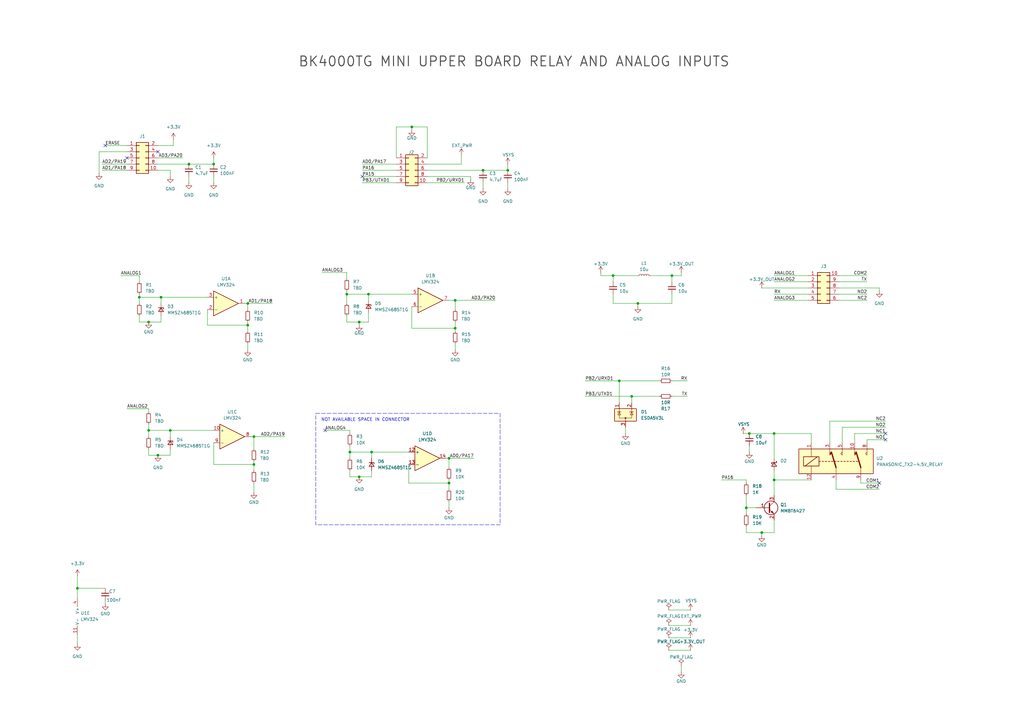
<source format=kicad_sch>
(kicad_sch (version 20250114) (generator "eeschema") (generator_version "9.0")
  (paper "A3")
  (title_block (date "2024-11-18") (rev "Rev 2"))
  (lib_symbols
    (symbol "Amplifier_Operational:LMV324" (pin_names (offset 0.127))
      (property "Reference" "U" (at 0 5.08 0))
      (property "Value" "LMV324" (at 0 -5.08 0))
      (symbol "LMV324_1_1"
        (polyline (pts (xy -5.08 5.08) (xy 5.08 0) (xy -5.08 -5.08) (xy -5.08 5.08)) (stroke (width 0.254)) (fill (type background)))
        (pin input line (at -7.62 2.54 0) (length 2.54) (name "+") (number "3"))
        (pin input line (at -7.62 -2.54 0) (length 2.54) (name "-") (number "2"))
        (pin output line (at 7.62 0 180) (length 2.54) (name "~") (number "1"))
      )
      (symbol "LMV324_2_1"
        (polyline (pts (xy -5.08 5.08) (xy 5.08 0) (xy -5.08 -5.08) (xy -5.08 5.08)) (stroke (width 0.254)) (fill (type background)))
        (pin input line (at -7.62 2.54 0) (length 2.54) (name "+") (number "5"))
        (pin input line (at -7.62 -2.54 0) (length 2.54) (name "-") (number "6"))
        (pin output line (at 7.62 0 180) (length 2.54) (name "~") (number "7"))
      )
      (symbol "LMV324_3_1"
        (polyline (pts (xy -5.08 5.08) (xy 5.08 0) (xy -5.08 -5.08) (xy -5.08 5.08)) (stroke (width 0.254)) (fill (type background)))
        (pin input line (at -7.62 2.54 0) (length 2.54) (name "+") (number "10"))
        (pin input line (at -7.62 -2.54 0) (length 2.54) (name "-") (number "9"))
        (pin output line (at 7.62 0 180) (length 2.54) (name "~") (number "8"))
      )
      (symbol "LMV324_4_1"
        (polyline (pts (xy -5.08 5.08) (xy 5.08 0) (xy -5.08 -5.08) (xy -5.08 5.08)) (stroke (width 0.254)) (fill (type background)))
        (pin input line (at -7.62 2.54 0) (length 2.54) (name "+") (number "12"))
        (pin input line (at -7.62 -2.54 0) (length 2.54) (name "-") (number "13"))
        (pin output line (at 7.62 0 180) (length 2.54) (name "~") (number "14"))
      )
      (symbol "LMV324_5_1"
        (pin power_in line (at -2.54 7.62 270) (length 3.81) (name "V+") (number "4"))
        (pin power_in line (at -2.54 -7.62 90) (length 3.81) (name "V-") (number "11"))
      )
    )
    (symbol "Connector_Generic:Conn_02x05_Counter_Clockwise" (pin_names (offset 1.016) (hide yes))
      (property "Reference" "J" (at 1.27 7.62 0))
      (property "Value" "Conn_02x05_Counter_Clockwise" (at 1.27 -7.62 0))
      (symbol "Conn_02x05_Counter_Clockwise_1_1"
        (rectangle (start -1.27 6.35) (end 3.81 -6.35) (stroke (width 0.254)) (fill (type background)))
        (rectangle (start -1.27 5.207) (end 0 4.953) (stroke (width 0.1524)))
        (rectangle (start -1.27 2.667) (end 0 2.413) (stroke (width 0.1524)))
        (rectangle (start -1.27 0.127) (end 0 -0.127) (stroke (width 0.1524)))
        (rectangle (start -1.27 -2.413) (end 0 -2.667) (stroke (width 0.1524)))
        (rectangle (start -1.27 -4.953) (end 0 -5.207) (stroke (width 0.1524)))
        (rectangle (start 3.81 5.207) (end 2.54 4.953) (stroke (width 0.1524)))
        (rectangle (start 3.81 2.667) (end 2.54 2.413) (stroke (width 0.1524)))
        (rectangle (start 3.81 0.127) (end 2.54 -0.127) (stroke (width 0.1524)))
        (rectangle (start 3.81 -2.413) (end 2.54 -2.667) (stroke (width 0.1524)))
        (rectangle (start 3.81 -4.953) (end 2.54 -5.207) (stroke (width 0.1524)))
        (pin passive line (at -5.08 5.08 0) (length 3.81) (name "Pin_1") (number "1"))
        (pin passive line (at -5.08 2.54 0) (length 3.81) (name "Pin_2") (number "2"))
        (pin passive line (at -5.08 0 0) (length 3.81) (name "Pin_3") (number "3"))
        (pin passive line (at -5.08 -2.54 0) (length 3.81) (name "Pin_4") (number "4"))
        (pin passive line (at -5.08 -5.08 0) (length 3.81) (name "Pin_5") (number "5"))
        (pin passive line (at 7.62 5.08 180) (length 3.81) (name "Pin_10") (number "10"))
        (pin passive line (at 7.62 2.54 180) (length 3.81) (name "Pin_9") (number "9"))
        (pin passive line (at 7.62 0 180) (length 3.81) (name "Pin_8") (number "8"))
        (pin passive line (at 7.62 -2.54 180) (length 3.81) (name "Pin_7") (number "7"))
        (pin passive line (at 7.62 -5.08 180) (length 3.81) (name "Pin_6") (number "6"))
      )
    )
    (symbol "Connector_Generic:Conn_02x05_Odd_Even" (pin_names (offset 1.016) (hide yes))
      (property "Reference" "J" (at 1.27 7.62 0))
      (property "Value" "Conn_02x05_Odd_Even" (at 1.27 -7.62 0))
      (symbol "Conn_02x05_Odd_Even_1_1"
        (rectangle (start -1.27 6.35) (end 3.81 -6.35) (stroke (width 0.254)) (fill (type background)))
        (rectangle (start -1.27 5.207) (end 0 4.953) (stroke (width 0.1524)))
        (rectangle (start -1.27 2.667) (end 0 2.413) (stroke (width 0.1524)))
        (rectangle (start -1.27 0.127) (end 0 -0.127) (stroke (width 0.1524)))
        (rectangle (start -1.27 -2.413) (end 0 -2.667) (stroke (width 0.1524)))
        (rectangle (start -1.27 -4.953) (end 0 -5.207) (stroke (width 0.1524)))
        (rectangle (start 3.81 5.207) (end 2.54 4.953) (stroke (width 0.1524)))
        (rectangle (start 3.81 2.667) (end 2.54 2.413) (stroke (width 0.1524)))
        (rectangle (start 3.81 0.127) (end 2.54 -0.127) (stroke (width 0.1524)))
        (rectangle (start 3.81 -2.413) (end 2.54 -2.667) (stroke (width 0.1524)))
        (rectangle (start 3.81 -4.953) (end 2.54 -5.207) (stroke (width 0.1524)))
        (pin passive line (at -5.08 5.08 0) (length 3.81) (name "Pin_1") (number "1"))
        (pin passive line (at -5.08 2.54 0) (length 3.81) (name "Pin_3") (number "3"))
        (pin passive line (at -5.08 0 0) (length 3.81) (name "Pin_5") (number "5"))
        (pin passive line (at -5.08 -2.54 0) (length 3.81) (name "Pin_7") (number "7"))
        (pin passive line (at -5.08 -5.08 0) (length 3.81) (name "Pin_9") (number "9"))
        (pin passive line (at 7.62 5.08 180) (length 3.81) (name "Pin_2") (number "2"))
        (pin passive line (at 7.62 2.54 180) (length 3.81) (name "Pin_4") (number "4"))
        (pin passive line (at 7.62 0 180) (length 3.81) (name "Pin_6") (number "6"))
        (pin passive line (at 7.62 -2.54 180) (length 3.81) (name "Pin_8") (number "8"))
        (pin passive line (at 7.62 -5.08 180) (length 3.81) (name "Pin_10") (number "10"))
      )
    )
    (symbol "Device:C_Small" (pin_numbers (hide yes)) (pin_names (offset 0.254) (hide yes))
      (property "Reference" "C" (at 0.254 1.778 0))
      (property "Value" "C_Small" (at 0.254 -2.032 0))
      (symbol "C_Small_0_1"
        (polyline (pts (xy -1.524 0.508) (xy 1.524 0.508)) (stroke (width 0.3048)))
        (polyline (pts (xy -1.524 -0.508) (xy 1.524 -0.508)) (stroke (width 0.3302)))
      )
      (symbol "C_Small_1_1"
        (pin passive line (at 0 2.54 270) (length 2.032) (name "~") (number "1"))
        (pin passive line (at 0 -2.54 90) (length 2.032) (name "~") (number "2"))
      )
    )
    (symbol "Device:D_Schottky_Small" (pin_numbers (hide yes)) (pin_names (offset 0.254) (hide yes))
      (property "Reference" "D2" (at -1.5241 2.54 90))
      (symbol "D_Schottky_Small_0_1"
        (polyline (pts (xy -1.27 0.762) (xy -1.27 1.016) (xy -0.762 1.016) (xy -0.762 -1.016) (xy -0.254 -1.016) (xy -0.254 -0.762)) (stroke (width 0.254)))
        (polyline (pts (xy -0.762 0) (xy 0.762 0)))
        (polyline (pts (xy 0.762 -1.016) (xy -0.762 0) (xy 0.762 1.016) (xy 0.762 -1.016)) (stroke (width 0.254)))
      )
      (symbol "D_Schottky_Small_1_1"
        (pin passive line (at -2.54 0 0) (length 1.778) (name "K") (number "3"))
        (pin passive line (at 2.54 0 180) (length 1.778) (name "A") (number "1"))
      )
    )
    (symbol "Device:D_Zener_Small" (pin_numbers (hide yes)) (pin_names (offset 0.254) (hide yes))
      (property "Reference" "D" (at 0 2.286 0))
      (property "Value" "D_Zener_Small" (at 0 -2.286 0))
      (symbol "D_Zener_Small_0_1"
        (polyline (pts (xy -0.254 1.016) (xy -0.762 1.016) (xy -0.762 -1.016)) (stroke (width 0.254)))
        (polyline (pts (xy 0.762 1.016) (xy -0.762 0) (xy 0.762 -1.016) (xy 0.762 1.016)) (stroke (width 0.254)))
        (polyline (pts (xy 0.762 0) (xy -0.762 0)))
      )
      (symbol "D_Zener_Small_1_1"
        (pin passive line (at -2.54 0 0) (length 1.778) (name "K") (number "1"))
        (pin passive line (at 2.54 0 180) (length 1.778) (name "A") (number "2"))
      )
    )
    (symbol "Device:L_Small" (pin_numbers (hide yes)) (pin_names (offset 0.254) (hide yes))
      (property "Reference" "L" (at 0.762 1.016 0))
      (property "Value" "L_Small" (at 0.762 -1.016 0))
      (symbol "L_Small_0_1"
        (arc (start 0 2.032) (mid 0.5058 1.524) (end 0 1.016))
        (arc (start 0 1.016) (mid 0.5058 0.508) (end 0 0))
        (arc (start 0 0) (mid 0.5058 -0.508) (end 0 -1.016))
        (arc (start 0 -1.016) (mid 0.5058 -1.524) (end 0 -2.032))
      )
      (symbol "L_Small_1_1"
        (pin passive line (at 0 2.54 270) (length 0.508) (name "~") (number "1"))
        (pin passive line (at 0 -2.54 90) (length 0.508) (name "~") (number "2"))
      )
    )
    (symbol "Device:R_Small" (pin_numbers (hide yes)) (pin_names (offset 0.254) (hide yes))
      (property "Reference" "R" (at 0.762 0.508 0))
      (property "Value" "R_Small" (at 0.762 -1.016 0))
      (symbol "R_Small_0_1"
        (rectangle (start -0.762 1.778) (end 0.762 -1.778) (stroke (width 0.2032)))
      )
      (symbol "R_Small_1_1"
        (pin passive line (at 0 2.54 270) (length 0.762) (name "~") (number "1"))
        (pin passive line (at 0 -2.54 90) (length 0.762) (name "~") (number "2"))
      )
    )
    (symbol "My Libraries:PANASONIC_TX2-4.5V_RELAY"
      (property "Reference" "U" (at 0 -15.24 0))
      (property "Value" "PANASONIC_TX2-4.5V_RELAY" (at 0 -17.78 0))
      (symbol "PANASONIC_TX2-4.5V_RELAY_0_1"
        (rectangle (start -15.24 5.08) (end 15.24 -5.08) (stroke (width 0.254)) (fill (type background)))
        (rectangle (start -13.335 1.905) (end -6.985 -1.905) (stroke (width 0.254)))
        (polyline (pts (xy -12.7 -1.905) (xy -7.62 1.905)) (stroke (width 0.254)))
        (polyline (pts (xy -10.16 5.08) (xy -10.16 1.905)))
        (polyline (pts (xy -10.16 -5.08) (xy -10.16 -1.905)))
        (polyline (pts (xy -6.985 0) (xy -6.35 0)) (stroke (width 0.254)))
        (polyline (pts (xy -5.715 0) (xy -5.08 0)) (stroke (width 0.254)))
        (polyline (pts (xy -4.445 0) (xy -3.81 0)) (stroke (width 0.254)))
        (polyline (pts (xy -3.175 0) (xy -2.54 0)) (stroke (width 0.254)))
        (polyline (pts (xy -2.54 5.08) (xy -2.54 2.54) (xy -1.905 3.175) (xy -2.54 3.81)) (fill (type outline)))
        (polyline (pts (xy -1.905 0) (xy -1.27 0)) (stroke (width 0.254)))
        (polyline (pts (xy -0.635 0) (xy 0 0)) (stroke (width 0.254)))
        (polyline (pts (xy 0 -2.54) (xy -1.905 3.81)) (stroke (width 0.508)))
        (polyline (pts (xy 0 -2.54) (xy 0 -5.08)))
        (polyline (pts (xy 0.635 0) (xy 1.27 0)) (stroke (width 0.254)))
        (polyline (pts (xy 1.905 0) (xy 2.54 0)) (stroke (width 0.254)))
        (polyline (pts (xy 2.54 5.08) (xy 2.54 2.54) (xy 1.905 3.175) (xy 2.54 3.81)))
        (polyline (pts (xy 3.175 0) (xy 3.81 0)) (stroke (width 0.254)))
        (polyline (pts (xy 4.445 0) (xy 5.08 0)) (stroke (width 0.254)))
        (polyline (pts (xy 5.715 0) (xy 6.35 0)) (stroke (width 0.254)))
        (polyline (pts (xy 6.985 0) (xy 7.62 0)) (stroke (width 0.254)))
        (polyline (pts (xy 7.62 5.08) (xy 7.62 2.54) (xy 8.255 3.175) (xy 7.62 3.81)) (fill (type outline)))
        (polyline (pts (xy 8.255 0) (xy 8.89 0)) (stroke (width 0.254)))
        (polyline (pts (xy 10.16 -2.54) (xy 8.255 3.81)) (stroke (width 0.508)))
        (polyline (pts (xy 10.16 -2.54) (xy 10.16 -5.08)))
        (polyline (pts (xy 12.7 5.08) (xy 12.7 2.54) (xy 12.065 3.175) (xy 12.7 3.81)))
      )
      (symbol "PANASONIC_TX2-4.5V_RELAY_1_1"
        (pin passive line (at -10.16 7.62 270) (length 2.54) (name "~") (number "1"))
        (pin passive line (at -10.16 -7.62 90) (length 2.54) (name "~") (number "12"))
        (pin passive line (at -2.54 7.62 270) (length 2.54) (name "~") (number "3"))
        (pin passive line (at 0 -7.62 90) (length 2.54) (name "~") (number "4"))
        (pin passive line (at 2.54 7.62 270) (length 2.54) (name "~") (number "5"))
        (pin passive line (at 7.62 7.62 270) (length 2.54) (name "~") (number "10"))
        (pin passive line (at 10.16 -7.62 90) (length 2.54) (name "~") (number "9"))
        (pin passive line (at 12.7 7.62 270) (length 2.54) (name "~") (number "8"))
      )
    )
    (symbol "Power_Protection:ESDA5V3L" (pin_names (hide yes))
      (property "Reference" "D" (at 5.715 2.54 0))
      (property "Value" "ESDA5V3L" (at 5.715 0.635 0))
      (symbol "ESDA5V3L_0_0"
        (pin passive line (at 0 -5.08 90) (length 2.54) (name "A") (number "3"))
      )
      (symbol "ESDA5V3L_0_1"
        (rectangle (start -4.445 2.54) (end 4.445 -2.54) (stroke (width 0.254)) (fill (type background)))
        (polyline (pts (xy -3.302 1.016) (xy -3.302 1.27) (xy -1.905 1.27) (xy -1.778 1.27)))
        (polyline (pts (xy -2.54 2.54) (xy -2.54 1.27)))
        (polyline (pts (xy -2.54 1.27) (xy -2.54 -1.27) (xy 2.54 -1.27) (xy 2.54 1.27)))
        (polyline (pts (xy -2.54 1.27) (xy -1.905 0) (xy -3.175 0) (xy -2.54 1.27)))
        (polyline (pts (xy 0 -1.27) (xy 0 -2.54)))
        (circle (center 0 -1.27) (radius 0.254) (fill (type outline)))
        (polyline (pts (xy 1.778 1.016) (xy 1.778 1.27) (xy 3.175 1.27) (xy 3.302 1.27)))
        (polyline (pts (xy 2.54 2.54) (xy 2.54 1.27)))
        (polyline (pts (xy 2.54 1.27) (xy 1.905 0) (xy 3.175 0) (xy 2.54 1.27)))
      )
      (symbol "ESDA5V3L_1_1"
        (pin passive line (at -2.54 5.08 270) (length 2.54) (name "K") (number "1"))
        (pin passive line (at 2.54 5.08 270) (length 2.54) (name "K") (number "2"))
      )
    )
    (symbol "Transistor_BJT:MMBT2222A" (pin_names (offset 0) (hide yes))
      (property "Reference" "Q" (at 5.08 1.905 0))
      (property "Value" "MMBT2222A" (at 5.08 0 0))
      (symbol "MMBT2222A_0_1"
        (polyline (pts (xy 0.635 1.905) (xy 0.635 -1.905) (xy 0.635 -1.905)) (stroke (width 0.508)))
        (polyline (pts (xy 0.635 0.635) (xy 2.54 2.54)))
        (polyline (pts (xy 0.635 -0.635) (xy 2.54 -2.54) (xy 2.54 -2.54)))
        (circle (center 1.27 0) (radius 2.8194) (stroke (width 0.254)))
        (polyline (pts (xy 1.27 -1.778) (xy 1.778 -1.27) (xy 2.286 -2.286) (xy 1.27 -1.778) (xy 1.27 -1.778)) (fill (type outline)))
      )
      (symbol "MMBT2222A_1_1"
        (pin input line (at -5.08 0 0) (length 5.715) (name "B") (number "1"))
        (pin passive line (at 2.54 5.08 270) (length 2.54) (name "C") (number "3"))
        (pin passive line (at 2.54 -5.08 90) (length 2.54) (name "E") (number "2"))
      )
    )
    (symbol "power:+3.3V" (power) (pin_numbers (hide yes)) (pin_names (offset 0) (hide yes))
      (property "Value" "+3.3V" (at 0 3.556 0))
      (symbol "+3.3V_0_1"
        (polyline (pts (xy -0.762 1.27) (xy 0 2.54)))
        (polyline (pts (xy 0 2.54) (xy 0.762 1.27)))
        (polyline (pts (xy 0 0) (xy 0 2.54)))
      )
      (symbol "+3.3V_1_1"
        (pin power_in line (at 0 0 90) (length 0) (name "~") (number "1"))
      )
    )
    (symbol "power:GND" (power) (pin_numbers (hide yes)) (pin_names (offset 0) (hide yes))
      (property "Value" "GND" (at 0 -3.81 0))
      (symbol "GND_0_1"
        (polyline (pts (xy 0 0) (xy 0 -1.27) (xy 1.27 -1.27) (xy 0 -2.54) (xy -1.27 -1.27) (xy 0 -1.27)))
      )
      (symbol "GND_1_1"
        (pin power_in line (at 0 0 270) (length 0) (name "~") (number "1"))
      )
    )
    (symbol "power:PWR_FLAG" (power) (pin_numbers (hide yes)) (pin_names (offset 0) (hide yes))
      (property "Value" "PWR_FLAG" (at 0 3.81 0))
      (symbol "PWR_FLAG_0_0"
        (pin power_out line (at 0 0 90) (length 0) (name "~") (number "1"))
      )
      (symbol "PWR_FLAG_0_1"
        (polyline (pts (xy 0 0) (xy 0 1.27) (xy -1.016 1.905) (xy 0 2.54) (xy 1.016 1.905) (xy 0 1.27)))
      )
    )
  )
  (rectangle (start 129.54 169.545) (end 205.105 215.265) (stroke (width 0) (type dash)))
  (text "NOT AVAILABLE SPACE IN CONNECTOR" (at 149.86 172.212 0) (effects (font (size 1.27 1.27))))
  (text "BK4000TG MINI UPPER BOARD RELAY AND ANALOG INPUTS" (at 210.82 25.4 0) (effects (font (size 4 4) (thickness 0.4) (bold yes))))
  (junction (at 151.13 120.65))
  (junction (at 186.69 134.62))
  (junction (at 60.96 176.53))
  (junction (at 312.42 218.44))
  (junction (at 208.28 69.85))
  (junction (at 152.4 185.42))
  (junction (at 60.96 132.08))
  (junction (at 31.75 241.3))
  (junction (at 77.47 67.31))
  (junction (at 251.46 113.03))
  (junction (at 104.14 190.5))
  (junction (at 147.32 132.08))
  (junction (at 198.12 69.85))
  (junction (at 69.85 176.53))
  (junction (at 307.34 177.8))
  (junction (at 254 156.21))
  (junction (at 142.24 120.65))
  (junction (at 147.32 195.58))
  (junction (at 186.69 123.19))
  (junction (at 184.15 187.96))
  (junction (at 168.91 52.07))
  (junction (at 184.15 198.12))
  (junction (at 101.6 124.46))
  (junction (at 259.08 162.56))
  (junction (at 57.15 121.92))
  (junction (at 87.63 67.31))
  (junction (at 66.04 121.92))
  (junction (at 317.5 196.85))
  (junction (at 64.77 186.69))
  (junction (at 101.6 133.35))
  (junction (at 104.14 179.07))
  (junction (at 261.62 124.46))
  (junction (at 306.07 208.28))
  (junction (at 143.51 185.42))
  (junction (at 317.5 177.8))
  (junction (at 275.59 113.03))
  (no_connect (at 363.22 180.34))
  (no_connect (at 148.59 72.39))
  (no_connect (at 52.07 64.77))
  (no_connect (at 43.18 59.69))
  (no_connect (at 64.77 62.23))
  (no_connect (at 363.22 177.8))
  (no_connect (at 133.35 176.53))
  (no_connect (at 360.68 198.12))
  (wire (pts (xy 57.15 129.54) (xy 57.15 132.08)))
  (wire (pts (xy 279.4 111.76) (xy 279.4 113.03)))
  (wire (pts (xy 251.46 115.57) (xy 251.46 113.03)))
  (wire (pts (xy 306.07 196.85) (xy 306.07 198.12)))
  (wire (pts (xy 31.75 241.3) (xy 43.18 241.3)))
  (wire (pts (xy 175.26 69.85) (xy 198.12 69.85)))
  (wire (pts (xy 143.51 185.42) (xy 152.4 185.42)))
  (wire (pts (xy 184.15 198.12) (xy 184.15 200.66)))
  (wire (pts (xy 279.4 113.03) (xy 275.59 113.03)))
  (wire (pts (xy 246.38 113.03) (xy 251.46 113.03)))
  (wire (pts (xy 186.69 132.08) (xy 186.69 134.62)))
  (wire (pts (xy 104.14 190.5) (xy 104.14 193.04)))
  (wire (pts (xy 142.24 132.08) (xy 147.32 132.08)))
  (wire (pts (xy 363.22 177.8) (xy 350.52 177.8)))
  (wire (pts (xy 64.77 64.77) (xy 74.93 64.77)))
  (wire (pts (xy 275.59 120.65) (xy 275.59 124.46)))
  (wire (pts (xy 259.08 162.56) (xy 270.51 162.56)))
  (wire (pts (xy 148.59 72.39) (xy 162.56 72.39)))
  (wire (pts (xy 69.85 184.15) (xy 69.85 186.69)))
  (wire (pts (xy 186.69 123.19) (xy 184.15 123.19)))
  (wire (pts (xy 363.22 175.26) (xy 345.44 175.26)))
  (wire (pts (xy 60.96 167.64) (xy 60.96 168.91)))
  (wire (pts (xy 317.5 113.03) (xy 331.47 113.03)))
  (wire (pts (xy 307.34 182.88) (xy 307.34 185.42)))
  (wire (pts (xy 261.62 124.46) (xy 251.46 124.46)))
  (wire (pts (xy 41.91 69.85) (xy 52.07 69.85)))
  (wire (pts (xy 307.34 177.8) (xy 317.5 177.8)))
  (wire (pts (xy 87.63 72.39) (xy 87.63 74.93)))
  (wire (pts (xy 274.32 266.7) (xy 283.21 266.7)))
  (wire (pts (xy 240.03 162.56) (xy 259.08 162.56)))
  (wire (pts (xy 142.24 120.65) (xy 151.13 120.65)))
  (wire (pts (xy 240.03 156.21) (xy 254 156.21)))
  (wire (pts (xy 31.75 236.22) (xy 31.75 241.3)))
  (wire (pts (xy 261.62 124.46) (xy 275.59 124.46)))
  (wire (pts (xy 342.9 196.85) (xy 342.9 200.66)))
  (wire (pts (xy 275.59 162.56) (xy 281.94 162.56)))
  (wire (pts (xy 116.84 179.07) (xy 104.14 179.07)))
  (wire (pts (xy 193.04 72.39) (xy 193.04 73.66)))
  (wire (pts (xy 104.14 198.12) (xy 104.14 201.93)))
  (wire (pts (xy 60.96 186.69) (xy 64.77 186.69)))
  (wire (pts (xy 208.28 67.31) (xy 208.28 69.85)))
  (wire (pts (xy 306.07 208.28) (xy 309.88 208.28)))
  (wire (pts (xy 266.7 113.03) (xy 275.59 113.03)))
  (wire (pts (xy 60.96 176.53) (xy 69.85 176.53)))
  (wire (pts (xy 317.5 196.85) (xy 317.5 203.2)))
  (wire (pts (xy 143.51 182.88) (xy 143.51 185.42)))
  (wire (pts (xy 66.04 132.08) (xy 60.96 132.08)))
  (wire (pts (xy 175.26 67.31) (xy 189.23 67.31)))
  (wire (pts (xy 52.07 167.64) (xy 60.96 167.64)))
  (wire (pts (xy 66.04 121.92) (xy 66.04 124.46)))
  (wire (pts (xy 256.54 175.26) (xy 256.54 177.8)))
  (wire (pts (xy 317.5 196.85) (xy 332.74 196.85)))
  (wire (pts (xy 317.5 120.65) (xy 331.47 120.65)))
  (wire (pts (xy 306.07 215.9) (xy 306.07 218.44)))
  (wire (pts (xy 189.23 67.31) (xy 189.23 63.5)))
  (wire (pts (xy 57.15 121.92) (xy 57.15 124.46)))
  (wire (pts (xy 344.17 115.57) (xy 355.6 115.57)))
  (wire (pts (xy 254 156.21) (xy 254 165.1)))
  (wire (pts (xy 340.36 172.72) (xy 340.36 181.61)))
  (wire (pts (xy 142.24 129.54) (xy 142.24 132.08)))
  (wire (pts (xy 317.5 177.8) (xy 317.5 187.96)))
  (wire (pts (xy 317.5 218.44) (xy 317.5 213.36)))
  (wire (pts (xy 100.33 124.46) (xy 101.6 124.46)))
  (wire (pts (xy 317.5 177.8) (xy 332.74 177.8)))
  (wire (pts (xy 40.64 62.23) (xy 40.64 71.12)))
  (wire (pts (xy 85.09 127) (xy 85.09 133.35)))
  (wire (pts (xy 194.31 187.96) (xy 184.15 187.96)))
  (wire (pts (xy 142.24 119.38) (xy 142.24 120.65)))
  (wire (pts (xy 167.64 198.12) (xy 184.15 198.12)))
  (wire (pts (xy 151.13 132.08) (xy 147.32 132.08)))
  (wire (pts (xy 275.59 156.21) (xy 281.94 156.21)))
  (wire (pts (xy 251.46 120.65) (xy 251.46 124.46)))
  (wire (pts (xy 104.14 189.23) (xy 104.14 190.5)))
  (wire (pts (xy 143.51 195.58) (xy 147.32 195.58)))
  (wire (pts (xy 175.26 52.07) (xy 175.26 64.77)))
  (wire (pts (xy 64.77 67.31) (xy 77.47 67.31)))
  (wire (pts (xy 295.91 196.85) (xy 306.07 196.85)))
  (wire (pts (xy 353.06 196.85) (xy 353.06 198.12)))
  (wire (pts (xy 69.85 186.69) (xy 64.77 186.69)))
  (wire (pts (xy 208.28 74.93) (xy 208.28 77.47)))
  (wire (pts (xy 147.32 132.08) (xy 147.32 133.35)))
  (wire (pts (xy 198.12 74.93) (xy 198.12 77.47)))
  (wire (pts (xy 162.56 52.07) (xy 168.91 52.07)))
  (wire (pts (xy 340.36 172.72) (xy 363.22 172.72)))
  (wire (pts (xy 306.07 203.2) (xy 306.07 208.28)))
  (wire (pts (xy 64.77 69.85) (xy 69.85 69.85)))
  (wire (pts (xy 304.8 177.8) (xy 307.34 177.8)))
  (wire (pts (xy 317.5 115.57) (xy 331.47 115.57)))
  (wire (pts (xy 306.07 218.44) (xy 312.42 218.44)))
  (wire (pts (xy 142.24 120.65) (xy 142.24 124.46)))
  (wire (pts (xy 101.6 140.97) (xy 101.6 143.51)))
  (wire (pts (xy 85.09 121.92) (xy 66.04 121.92)))
  (wire (pts (xy 162.56 64.77) (xy 162.56 52.07)))
  (wire (pts (xy 184.15 196.85) (xy 184.15 198.12)))
  (wire (pts (xy 332.74 181.61) (xy 332.74 177.8)))
  (wire (pts (xy 71.12 59.69) (xy 71.12 57.15)))
  (wire (pts (xy 259.08 162.56) (xy 259.08 165.1)))
  (wire (pts (xy 60.96 184.15) (xy 60.96 186.69)))
  (wire (pts (xy 312.42 118.11) (xy 331.47 118.11)))
  (wire (pts (xy 184.15 187.96) (xy 184.15 191.77)))
  (wire (pts (xy 57.15 115.57) (xy 57.15 113.03)))
  (wire (pts (xy 312.42 218.44) (xy 317.5 218.44)))
  (wire (pts (xy 43.18 246.38) (xy 43.18 247.65)))
  (wire (pts (xy 31.75 241.3) (xy 31.75 245.11)))
  (wire (pts (xy 175.26 72.39) (xy 193.04 72.39)))
  (wire (pts (xy 345.44 175.26) (xy 345.44 181.61)))
  (wire (pts (xy 31.75 260.35) (xy 31.75 264.16)))
  (wire (pts (xy 143.51 193.04) (xy 143.51 195.58)))
  (wire (pts (xy 69.85 69.85) (xy 69.85 72.39)))
  (wire (pts (xy 148.59 69.85) (xy 162.56 69.85)))
  (wire (pts (xy 104.14 179.07) (xy 102.87 179.07)))
  (wire (pts (xy 87.63 181.61) (xy 87.63 190.5)))
  (wire (pts (xy 186.69 123.19) (xy 186.69 127)))
  (wire (pts (xy 52.07 62.23) (xy 40.64 62.23)))
  (wire (pts (xy 279.4 273.05) (xy 279.4 275.59)))
  (wire (pts (xy 261.62 124.46) (xy 261.62 125.73)))
  (wire (pts (xy 344.17 120.65) (xy 355.6 120.65)))
  (wire (pts (xy 132.08 111.76) (xy 142.24 111.76)))
  (wire (pts (xy 175.26 74.93) (xy 190.5 74.93)))
  (wire (pts (xy 87.63 190.5) (xy 104.14 190.5)))
  (wire (pts (xy 306.07 208.28) (xy 306.07 210.82)))
  (wire (pts (xy 66.04 129.54) (xy 66.04 132.08)))
  (wire (pts (xy 344.17 118.11) (xy 360.68 118.11)))
  (wire (pts (xy 167.64 190.5) (xy 167.64 198.12)))
  (wire (pts (xy 60.96 176.53) (xy 60.96 179.07)))
  (wire (pts (xy 152.4 185.42) (xy 152.4 187.96)))
  (wire (pts (xy 57.15 132.08) (xy 60.96 132.08)))
  (wire (pts (xy 274.32 250.19) (xy 283.21 250.19)))
  (wire (pts (xy 168.91 52.07) (xy 168.91 53.34)))
  (wire (pts (xy 77.47 67.31) (xy 87.63 67.31)))
  (wire (pts (xy 57.15 121.92) (xy 66.04 121.92)))
  (wire (pts (xy 57.15 120.65) (xy 57.15 121.92)))
  (wire (pts (xy 64.77 59.69) (xy 71.12 59.69)))
  (wire (pts (xy 168.91 134.62) (xy 186.69 134.62)))
  (wire (pts (xy 184.15 205.74) (xy 184.15 208.28)))
  (wire (pts (xy 151.13 128.27) (xy 151.13 132.08)))
  (wire (pts (xy 101.6 132.08) (xy 101.6 133.35)))
  (wire (pts (xy 360.68 118.11) (xy 360.68 119.38)))
  (wire (pts (xy 151.13 120.65) (xy 151.13 123.19)))
  (wire (pts (xy 152.4 185.42) (xy 167.64 185.42)))
  (wire (pts (xy 198.12 69.85) (xy 208.28 69.85)))
  (wire (pts (xy 151.13 120.65) (xy 168.91 120.65)))
  (wire (pts (xy 168.91 125.73) (xy 168.91 134.62)))
  (wire (pts (xy 49.53 113.03) (xy 57.15 113.03)))
  (wire (pts (xy 186.69 140.97) (xy 186.69 143.51)))
  (wire (pts (xy 87.63 64.77) (xy 87.63 67.31)))
  (wire (pts (xy 317.5 193.04) (xy 317.5 196.85)))
  (wire (pts (xy 69.85 176.53) (xy 69.85 179.07)))
  (wire (pts (xy 143.51 185.42) (xy 143.51 187.96)))
  (wire (pts (xy 148.59 67.31) (xy 162.56 67.31)))
  (wire (pts (xy 203.2 123.19) (xy 186.69 123.19)))
  (wire (pts (xy 363.22 180.34) (xy 355.6 180.34)))
  (wire (pts (xy 152.4 193.04) (xy 152.4 195.58)))
  (wire (pts (xy 355.6 180.34) (xy 355.6 181.61)))
  (wire (pts (xy 274.32 256.54) (xy 283.21 256.54)))
  (wire (pts (xy 148.59 74.93) (xy 162.56 74.93)))
  (wire (pts (xy 168.91 52.07) (xy 175.26 52.07)))
  (wire (pts (xy 41.91 67.31) (xy 52.07 67.31)))
  (wire (pts (xy 85.09 133.35) (xy 101.6 133.35)))
  (wire (pts (xy 350.52 177.8) (xy 350.52 181.61)))
  (wire (pts (xy 344.17 123.19) (xy 355.6 123.19)))
  (wire (pts (xy 251.46 113.03) (xy 261.62 113.03)))
  (wire (pts (xy 317.5 123.19) (xy 331.47 123.19)))
  (wire (pts (xy 274.32 261.62) (xy 283.21 261.62)))
  (wire (pts (xy 60.96 173.99) (xy 60.96 176.53)))
  (wire (pts (xy 246.38 111.76) (xy 246.38 113.03)))
  (wire (pts (xy 312.42 218.44) (xy 312.42 219.71)))
  (wire (pts (xy 275.59 113.03) (xy 275.59 115.57)))
  (wire (pts (xy 101.6 133.35) (xy 101.6 135.89)))
  (wire (pts (xy 69.85 176.53) (xy 87.63 176.53)))
  (wire (pts (xy 270.51 156.21) (xy 254 156.21)))
  (wire (pts (xy 101.6 124.46) (xy 101.6 127)))
  (wire (pts (xy 104.14 179.07) (xy 104.14 184.15)))
  (wire (pts (xy 143.51 176.53) (xy 143.51 177.8)))
  (wire (pts (xy 353.06 198.12) (xy 360.68 198.12)))
  (wire (pts (xy 77.47 72.39) (xy 77.47 74.93)))
  (wire (pts (xy 133.35 176.53) (xy 143.51 176.53)))
  (wire (pts (xy 43.18 59.69) (xy 52.07 59.69)))
  (wire (pts (xy 182.88 187.96) (xy 184.15 187.96)))
  (wire (pts (xy 142.24 114.3) (xy 142.24 111.76)))
  (wire (pts (xy 344.17 113.03) (xy 355.6 113.03)))
  (wire (pts (xy 342.9 200.66) (xy 360.68 200.66)))
  (wire (pts (xy 152.4 195.58) (xy 147.32 195.58)))
  (wire (pts (xy 186.69 134.62) (xy 186.69 135.89)))
  (wire (pts (xy 101.6 124.46) (xy 111.76 124.46)))
  (label "AD1{slash}PA18" (at 111.76 124.46 180))
  (label "ANALOG3" (at 317.5 123.19 0))
  (label "ANALOG4" (at 133.35 176.53 0))
  (label "COM2" (at 355.6 113.03 180))
  (label "RX" (at 317.5 120.65 0))
  (label "TX" (at 281.94 162.56 180))
  (label "PA15" (at 148.59 72.39 0))
  (label "NO2" (at 355.6 120.65 180))
  (label "NC2" (at 355.6 123.19 180))
  (label "PA16" (at 295.91 196.85 0))
  (label "NC1" (at 363.22 177.8 180))
  (label "RX" (at 281.94 156.21 180))
  (label "ANALOG3" (at 132.08 111.76 0))
  (label "NO2" (at 363.22 175.26 180))
  (label "TX" (at 355.6 115.57 180))
  (label "PB3{slash}UTXD1" (at 240.03 162.56 0))
  (label "ANALOG1" (at 49.53 113.03 0))
  (label "PB2{slash}URXD1" (at 190.5 74.93 180))
  (label "PB2{slash}URXD1" (at 240.03 156.21 0))
  (label "NC2" (at 363.22 172.72 180))
  (label "AD1{slash}PA18" (at 41.91 69.85 0))
  (label "COM1" (at 360.68 198.12 180))
  (label "AD3{slash}PA20" (at 203.2 123.19 180))
  (label "ANALOG2" (at 52.07 167.64 0))
  (label "PA16" (at 148.59 69.85 0))
  (label "AD2{slash}PA19" (at 116.84 179.07 180))
  (label "AD0{slash}PA17" (at 148.59 67.31 0))
  (label "PB3{slash}UTXD1" (at 148.59 74.93 0))
  (label "AD3{slash}PA20" (at 74.93 64.77 180))
  (label "COM2" (at 360.68 200.66 180))
  (label "AD0{slash}PA17" (at 194.31 187.96 180))
  (label "NO1" (at 363.22 180.34 180))
  (label "ANALOG1" (at 317.5 113.03 0))
  (label "ANALOG2" (at 317.5 115.57 0))
  (label "AD2{slash}PA19" (at 41.91 67.31 0))
  (label "ERASE" (at 43.18 59.69 0))
  (symbol (lib_id "Device:D_Zener_Small") (at 151.13 125.73 270) (unit 1)
    (property "Reference" "D5" (at 153.67 124.4599 90) (effects (justify left)))
    (property "Value" "MMSZ4685T1G" (at 153.67 126.9999 90) (effects (justify left)))
    (property "Footprint" "Diode_SMD:D_SOD-123" (effects (hide yes)))
    (property "Description" "Zener diode, small symbol" (effects (hide yes)))
  )
  (symbol (lib_id "power:GND") (at 184.15 208.28 0) (unit 1)
    (property "Reference" "#PWR035" (effects (hide yes)))
    (property "Value" "GND" (at 184.15 212.344 0))
    (property "Description" "Power symbol creates a global label with name \"GND\" , ground" (effects (hide yes)))
  )
  (symbol (lib_id "Device:D_Zener_Small") (at 66.04 127 270) (unit 1)
    (property "Reference" "D3" (at 68.58 125.7299 90) (effects (justify left)))
    (property "Value" "MMSZ4685T1G" (at 68.58 128.2699 90) (effects (justify left)))
    (property "Footprint" "Diode_SMD:D_SOD-123" (effects (hide yes)))
    (property "Description" "Zener diode, small symbol" (effects (hide yes)))
  )
  (symbol (lib_id "power:GND") (at 31.75 264.16 0) (unit 1)
    (property "Reference" "#PWR017" (effects (hide yes)))
    (property "Value" "GND" (at 31.75 269.24 0))
    (property "Description" "Power symbol creates a global label with name \"GND\" , ground" (effects (hide yes)))
  )
  (symbol (lib_id "power:GND") (at 312.42 219.71 0) (unit 1)
    (property "Reference" "#PWR031" (effects (hide yes)))
    (property "Value" "GND" (at 312.42 223.52 0))
    (property "Description" "Power symbol creates a global label with name \"GND\" , ground" (effects (hide yes)))
  )
  (symbol (lib_id "Device:R_Small") (at 101.6 138.43 0) (unit 1)
    (property "Reference" "R11" (at 104.14 137.1599 0) (effects (justify left)))
    (property "Value" "TBD" (at 104.14 139.6999 0) (effects (justify left)))
    (property "Footprint" "Resistor_SMD:R_0603_1608Metric" (effects (hide yes)))
    (property "Description" "Resistor, small symbol" (effects (hide yes)))
  )
  (symbol (lib_id "Device:D_Schottky_Small") (at 317.5 190.5 270) (unit 1)
    (property "Reference" "D2" (at 320.04 188.9759 90) (effects (justify left)))
    (property "Value" "D_Schottky_Small" (effects (hide yes)))
    (property "Footprint" "Package_TO_SOT_SMD:SOT-23-3" (effects (hide yes)))
    (property "Description" "Schottky diode, small symbol" (effects (hide yes)))
  )
  (symbol (lib_id "power:GND") (at 279.4 275.59 0) (unit 1)
    (property "Reference" "#PWR027" (effects (hide yes)))
    (property "Value" "GND" (at 279.4 279.4 0))
    (property "Description" "Power symbol creates a global label with name \"GND\" , ground" (effects (hide yes)))
  )
  (symbol (lib_id "power:+3.3V") (at 283.21 256.54 0) (unit 1)
    (property "Reference" "#PWR029" (effects (hide yes)))
    (property "Value" "EXT_PWR" (at 283.464 252.73 0))
    (property "Description" "Power symbol creates a global label with name \"+3.3V\"" (effects (hide yes)))
  )
  (symbol (lib_id "Device:L_Small") (at 264.16 113.03 90) (unit 1)
    (property "Reference" "L1" (at 264.16 107.95 90))
    (property "Value" "10u" (at 264.16 110.49 90))
    (property "Footprint" "Inductor_SMD:L_0805_2012Metric" (effects (hide yes)))
    (property "Description" "Inductor, small symbol" (effects (hide yes)))
  )
  (symbol (lib_id "power:GND") (at 104.14 201.93 0) (unit 1)
    (property "Reference" "#PWR020" (effects (hide yes)))
    (property "Value" "GND" (at 104.14 205.994 0))
    (property "Description" "Power symbol creates a global label with name \"GND\" , ground" (effects (hide yes)))
  )
  (symbol (lib_id "My Libraries:PANASONIC_TX2-4.5V_RELAY") (at 342.9 189.23 0) (unit 1)
    (property "Reference" "U2" (at 359.41 187.9599 0) (effects (justify left)))
    (property "Value" "PANASONIC_TX2-4.5V_RELAY" (at 359.41 190.4999 0) (effects (justify left)))
    (property "Footprint" "My Footprints:Relay_DPDT_Panasonic_TX2-4.5V" (effects (hide yes)))
    (property "Datasheet" "https://na.industrial.panasonic.com/file-download/4506" (effects (hide yes)))
    (property "Description" "Low Signal Relays - PCB 2A 4.5VDC DPDT NON-LATCHING PCB" (effects (hide yes)))
  )
  (symbol (lib_id "Device:R_Small") (at 184.15 203.2 0) (unit 1)
    (property "Reference" "R20" (at 186.69 201.9299 0) (effects (justify left)))
    (property "Value" "10K" (at 186.69 204.4699 0) (effects (justify left)))
    (property "Footprint" "Resistor_SMD:R_0603_1608Metric" (effects (hide yes)))
    (property "Description" "Resistor, small symbol" (effects (hide yes)))
  )
  (symbol (lib_id "power:PWR_FLAG") (at 274.32 266.7 0) (unit 1)
    (property "Reference" "#FLG05" (effects (hide yes)))
    (property "Value" "PWR_FLAG" (at 274.32 263.144 0))
    (property "Description" "Special symbol for telling ERC where power comes from" (effects (hide yes)))
  )
  (symbol (lib_id "power:GND") (at 64.77 186.69 0) (unit 1)
    (property "Reference" "#PWR015" (effects (hide yes)))
    (property "Value" "GND" (at 64.77 191.77 0))
    (property "Description" "Power symbol creates a global label with name \"GND\" , ground" (effects (hide yes)))
  )
  (symbol (lib_id "power:GND") (at 261.62 125.73 0) (unit 1)
    (property "Reference" "#PWR024" (effects (hide yes)))
    (property "Value" "GND" (at 261.62 130.81 0))
    (property "Description" "Power symbol creates a global label with name \"GND\" , ground" (effects (hide yes)))
  )
  (symbol (lib_id "power:GND") (at 168.91 53.34 0) (unit 1)
    (property "Reference" "#PWR07" (effects (hide yes)))
    (property "Value" "GND" (at 168.91 56.642 0))
    (property "Description" "Power symbol creates a global label with name \"GND\" , ground" (effects (hide yes)))
  )
  (symbol (lib_id "power:GND") (at 43.18 247.65 0) (unit 1)
    (property "Reference" "#PWR032" (effects (hide yes)))
    (property "Value" "GND" (at 43.18 251.714 0))
    (property "Description" "Power symbol creates a global label with name \"GND\" , ground" (effects (hide yes)))
  )
  (symbol (lib_id "Device:R_Small") (at 186.69 129.54 0) (unit 1)
    (property "Reference" "R14" (at 189.23 128.2699 0) (effects (justify left)))
    (property "Value" "TBD" (at 189.23 130.8099 0) (effects (justify left)))
    (property "Footprint" "Resistor_SMD:R_0603_1608Metric" (effects (hide yes)))
    (property "Description" "Resistor, small symbol" (effects (hide yes)))
  )
  (symbol (lib_id "power:GND") (at 87.63 74.93 0) (unit 1)
    (property "Reference" "#PWR04" (effects (hide yes)))
    (property "Value" "GND" (at 87.63 80.01 0))
    (property "Description" "Power symbol creates a global label with name \"GND\" , ground" (effects (hide yes)))
  )
  (symbol (lib_id "Device:R_Small") (at 104.14 186.69 0) (unit 1)
    (property "Reference" "R12" (at 106.68 185.4199 0) (effects (justify left)))
    (property "Value" "TBD" (at 106.68 187.9599 0) (effects (justify left)))
    (property "Footprint" "Resistor_SMD:R_0603_1608Metric" (effects (hide yes)))
    (property "Description" "Resistor, small symbol" (effects (hide yes)))
  )
  (symbol (lib_id "Device:R_Small") (at 142.24 127 0) (unit 1)
    (property "Reference" "R8" (at 144.78 125.7299 0) (effects (justify left)))
    (property "Value" "TBD" (at 144.78 128.2699 0) (effects (justify left)))
    (property "Footprint" "Resistor_SMD:R_0603_1608Metric" (effects (hide yes)))
    (property "Description" "Resistor, small symbol" (effects (hide yes)))
  )
  (symbol (lib_id "Device:R_Small") (at 57.15 118.11 0) (unit 1)
    (property "Reference" "R1" (at 59.69 116.8399 0) (effects (justify left)))
    (property "Value" "TBD" (at 59.69 119.3799 0) (effects (justify left)))
    (property "Footprint" "Resistor_SMD:R_0603_1608Metric" (effects (hide yes)))
    (property "Description" "Resistor, small symbol" (effects (hide yes)))
  )
  (symbol (lib_id "Device:R_Small") (at 143.51 180.34 0) (unit 1)
    (property "Reference" "R3" (at 146.05 179.0699 0) (effects (justify left)))
    (property "Value" "10K" (at 146.05 181.6099 0) (effects (justify left)))
    (property "Footprint" "Resistor_SMD:R_0603_1608Metric" (effects (hide yes)))
    (property "Description" "Resistor, small symbol" (effects (hide yes)))
  )
  (symbol (lib_id "Device:C_Small") (at 307.34 180.34 0) (unit 1)
    (property "Reference" "C8" (at 309.88 179.0762 0) (effects (justify left)))
    (property "Value" "10uF" (at 309.88 181.6162 0) (effects (justify left)))
    (property "Footprint" "Capacitor_SMD:C_0805_2012Metric" (effects (hide yes)))
    (property "Description" "Unpolarized capacitor, small symbol" (effects (hide yes)))
  )
  (symbol (lib_id "Device:C_Small") (at 87.63 69.85 0) (unit 1)
    (property "Reference" "C2" (at 90.17 68.5862 0) (effects (justify left)))
    (property "Value" "100nF" (at 90.17 71.1262 0) (effects (justify left)))
    (property "Footprint" "Capacitor_SMD:C_0603_1608Metric" (effects (hide yes)))
    (property "Description" "Unpolarized capacitor, small symbol" (effects (hide yes)))
  )
  (symbol (lib_id "power:+3.3V") (at 304.8 177.8 0) (unit 1)
    (property "Reference" "#PWR012" (effects (hide yes)))
    (property "Value" "VSYS" (at 305.054 173.99 0))
    (property "Description" "Power symbol creates a global label with name \"+3.3V\"" (effects (hide yes)))
  )
  (symbol (lib_id "Device:R_Small") (at 273.05 156.21 90) (unit 1)
    (property "Reference" "R16" (at 273.05 151.13 90))
    (property "Value" "10R" (at 273.05 153.67 90))
    (property "Footprint" "Resistor_SMD:R_0603_1608Metric" (effects (hide yes)))
    (property "Description" "Resistor, small symbol" (effects (hide yes)))
  )
  (symbol (lib_id "power:PWR_FLAG") (at 274.32 250.19 0) (unit 1)
    (property "Reference" "#FLG02" (effects (hide yes)))
    (property "Value" "PWR_FLAG" (at 274.32 246.634 0))
    (property "Description" "Special symbol for telling ERC where power comes from" (effects (hide yes)))
  )
  (symbol (lib_id "Amplifier_Operational:LMV324") (at 175.26 187.96 0) (unit 4)
    (property "Reference" "U1" (at 175.26 177.8 0))
    (property "Value" "LMV324" (at 175.26 180.34 0))
    (property "Footprint" "Package_SO:TSSOP-14_4.4x5mm_P0.65mm" (effects (hide yes)))
    (property "Datasheet" "http://www.ti.com/lit/ds/symlink/lmv324.pdf" (effects (hide yes)))
    (property "Description" "Quad Low-Voltage Rail-to-Rail Output Operational Amplifier, SOIC-14/SSOP-14" (effects (hide yes)))
  )
  (symbol (lib_id "Device:D_Zener_Small") (at 152.4 190.5 270) (unit 1)
    (property "Reference" "D6" (at 154.94 189.2299 90) (effects (justify left)))
    (property "Value" "MMSZ4685T1G" (at 154.94 191.7699 90) (effects (justify left)))
    (property "Footprint" "Diode_SMD:D_SOD-123" (effects (hide yes)))
    (property "Description" "Zener diode, small symbol" (effects (hide yes)))
  )
  (symbol (lib_id "power:+3.3V") (at 283.21 261.62 0) (unit 1)
    (property "Reference" "#PWR026" (effects (hide yes)))
    (property "Value" "+3.3V" (at 283.21 258.318 0))
    (property "Description" "Power symbol creates a global label with name \"+3.3V\"" (effects (hide yes)))
  )
  (symbol (lib_id "power:+3.3V") (at 246.38 111.76 0) (unit 1)
    (property "Reference" "#PWR025" (effects (hide yes)))
    (property "Value" "+3.3V" (at 246.38 108.204 0))
    (property "Description" "Power symbol creates a global label with name \"+3.3V\"" (effects (hide yes)))
  )
  (symbol (lib_id "power:GND") (at 198.12 77.47 0) (unit 1)
    (property "Reference" "#PWR013" (effects (hide yes)))
    (property "Value" "GND" (at 198.12 82.55 0))
    (property "Description" "Power symbol creates a global label with name \"GND\" , ground" (effects (hide yes)))
  )
  (symbol (lib_id "Device:R_Small") (at 142.24 116.84 0) (unit 1)
    (property "Reference" "R7" (at 144.78 115.5699 0) (effects (justify left)))
    (property "Value" "TBD" (at 144.78 118.1099 0) (effects (justify left)))
    (property "Footprint" "Resistor_SMD:R_0603_1608Metric" (effects (hide yes)))
    (property "Description" "Resistor, small symbol" (effects (hide yes)))
  )
  (symbol (lib_id "power:GND") (at 307.34 185.42 0) (unit 1)
    (property "Reference" "#PWR033" (effects (hide yes)))
    (property "Value" "GND" (at 307.34 189.23 0))
    (property "Description" "Power symbol creates a global label with name \"GND\" , ground" (effects (hide yes)))
  )
  (symbol (lib_id "power:GND") (at 208.28 77.47 0) (unit 1)
    (property "Reference" "#PWR037" (effects (hide yes)))
    (property "Value" "GND" (at 208.28 82.55 0))
    (property "Description" "Power symbol creates a global label with name \"GND\" , ground" (effects (hide yes)))
  )
  (symbol (lib_id "power:+3.3V") (at 279.4 111.76 0) (unit 1)
    (property "Reference" "#PWR023" (effects (hide yes)))
    (property "Value" "+3.3V_OUT" (at 279.4 108.204 0))
    (property "Description" "Power symbol creates a global label with name \"+3.3V\"" (effects (hide yes)))
  )
  (symbol (lib_id "power:PWR_FLAG") (at 274.32 261.62 0) (unit 1)
    (property "Reference" "#FLG03" (effects (hide yes)))
    (property "Value" "PWR_FLAG" (at 274.32 258.064 0))
    (property "Description" "Special symbol for telling ERC where power comes from" (effects (hide yes)))
  )
  (symbol (lib_id "power:+3.3V") (at 283.21 266.7 0) (unit 1)
    (property "Reference" "#PWR030" (effects (hide yes)))
    (property "Value" "+3.3V_OUT" (at 283.972 263.144 0))
    (property "Description" "Power symbol creates a global label with name \"+3.3V\"" (effects (hide yes)))
  )
  (symbol (lib_id "power:GND") (at 77.47 74.93 0) (unit 1)
    (property "Reference" "#PWR03" (effects (hide yes)))
    (property "Value" "GND" (at 77.47 80.01 0))
    (property "Description" "Power symbol creates a global label with name \"GND\" , ground" (effects (hide yes)))
  )
  (symbol (lib_id "Device:R_Small") (at 306.07 200.66 180) (unit 1)
    (property "Reference" "R18" (at 308.61 199.3899 0) (effects (justify right)))
    (property "Value" "1K" (at 308.61 201.9299 0) (effects (justify right)))
    (property "Footprint" "Resistor_SMD:R_0603_1608Metric" (effects (hide yes)))
    (property "Description" "Resistor, small symbol" (effects (hide yes)))
  )
  (symbol (lib_id "Amplifier_Operational:LMV324") (at 34.29 252.73 0) (unit 5)
    (property "Reference" "U1" (at 33.02 251.4599 0) (effects (justify left)))
    (property "Value" "LMV324" (at 33.02 253.9999 0) (effects (justify left)))
    (property "Footprint" "Package_SO:TSSOP-14_4.4x5mm_P0.65mm" (effects (hide yes)))
    (property "Datasheet" "http://www.ti.com/lit/ds/symlink/lmv324.pdf" (effects (hide yes)))
    (property "Description" "Quad Low-Voltage Rail-to-Rail Output Operational Amplifier, SOIC-14/SSOP-14" (effects (hide yes)))
  )
  (symbol (lib_id "power:GND") (at 40.64 71.12 0) (unit 1)
    (property "Reference" "#PWR01" (effects (hide yes)))
    (property "Value" "GND" (at 40.64 76.2 0))
    (property "Description" "Power symbol creates a global label with name \"GND\" , ground" (effects (hide yes)))
  )
  (symbol (lib_id "Power_Protection:ESDA5V3L") (at 256.54 170.18 0) (unit 1)
    (property "Reference" "D1" (at 262.89 168.9099 0) (effects (justify left)))
    (property "Value" "ESDA5V3L" (at 262.89 171.4499 0) (effects (justify left)))
    (property "Footprint" "Package_TO_SOT_SMD:SOT-23-3" (effects (hide yes)))
    (property "Datasheet" "https://www.st.com/resource/en/datasheet/esdal.pdf" (effects (hide yes)))
    (property "Description" "TVS Diode Array, 5.5V Standoff, 2 Channels, SOT23" (effects (hide yes)))
  )
  (symbol (lib_id "Amplifier_Operational:LMV324") (at 92.71 124.46 0) (unit 1)
    (property "Reference" "U1" (at 92.71 114.3 0))
    (property "Value" "LMV324" (at 92.71 116.84 0))
    (property "Footprint" "Package_SO:TSSOP-14_4.4x5mm_P0.65mm" (effects (hide yes)))
    (property "Datasheet" "http://www.ti.com/lit/ds/symlink/lmv324.pdf" (effects (hide yes)))
    (property "Description" "Quad Low-Voltage Rail-to-Rail Output Operational Amplifier, SOIC-14/SSOP-14" (effects (hide yes)))
  )
  (symbol (lib_id "power:+3.3V") (at 312.42 118.11 0) (mirror y) (unit 1)
    (property "Reference" "#PWR011" (effects (hide yes)))
    (property "Value" "+3.3V_OUT" (at 312.42 114.554 0))
    (property "Description" "Power symbol creates a global label with name \"+3.3V\"" (effects (hide yes)))
  )
  (symbol (lib_id "Device:C_Small") (at 208.28 72.39 0) (unit 1)
    (property "Reference" "C4" (at 210.82 71.1262 0) (effects (justify left)))
    (property "Value" "100nF" (at 210.82 73.6662 0) (effects (justify left)))
    (property "Footprint" "Capacitor_SMD:C_0603_1608Metric" (effects (hide yes)))
    (property "Description" "Unpolarized capacitor, small symbol" (effects (hide yes)))
  )
  (symbol (lib_id "power:GND") (at 147.32 195.58 0) (unit 1)
    (property "Reference" "#PWR034" (effects (hide yes)))
    (property "Value" "GND" (at 147.32 200.66 0))
    (property "Description" "Power symbol creates a global label with name \"GND\" , ground" (effects (hide yes)))
  )
  (symbol (lib_id "power:GND") (at 60.96 132.08 0) (unit 1)
    (property "Reference" "#PWR014" (effects (hide yes)))
    (property "Value" "GND" (at 60.96 136.144 0))
    (property "Description" "Power symbol creates a global label with name \"GND\" , ground" (effects (hide yes)))
  )
  (symbol (lib_id "Device:D_Zener_Small") (at 69.85 181.61 270) (unit 1)
    (property "Reference" "D4" (at 72.39 180.3399 90) (effects (justify left)))
    (property "Value" "MMSZ4685T1G" (at 72.39 182.8799 90) (effects (justify left)))
    (property "Footprint" "Diode_SMD:D_SOD-123" (effects (hide yes)))
    (property "Description" "Zener diode, small symbol" (effects (hide yes)))
  )
  (symbol (lib_id "Device:R_Small") (at 186.69 138.43 0) (unit 1)
    (property "Reference" "R15" (at 189.23 137.1599 0) (effects (justify left)))
    (property "Value" "TBD" (at 189.23 139.6999 0) (effects (justify left)))
    (property "Footprint" "Resistor_SMD:R_0603_1608Metric" (effects (hide yes)))
    (property "Description" "Resistor, small symbol" (effects (hide yes)))
  )
  (symbol (lib_id "Connector_Generic:Conn_02x05_Odd_Even") (at 167.64 69.85 0) (unit 1)
    (property "Reference" "J2" (at 168.656 62.484 0))
    (property "Value" "Header pin 2x5 1.27mm T.H." (effects (hide yes)))
    (property "Footprint" "Connector_PinSocket_1.27mm:PinSocket_2x05_P1.27mm_Vertical" (effects (hide yes)))
    (property "Description" "Generic connector, double row, 02x05, odd/even pin numbering scheme (row 1 odd numbers, row 2 even numbers), script generated (kicad-library-utils/schlib/autogen/connector/)" (effects (hide yes)))
  )
  (symbol (lib_id "Device:R_Small") (at 143.51 190.5 0) (unit 1)
    (property "Reference" "R6" (at 146.05 189.2299 0) (effects (justify left)))
    (property "Value" "10K" (at 146.05 191.7699 0) (effects (justify left)))
    (property "Footprint" "Resistor_SMD:R_0603_1608Metric" (effects (hide yes)))
    (property "Description" "Resistor, small symbol" (effects (hide yes)))
  )
  (symbol (lib_id "Transistor_BJT:MMBT2222A") (at 314.96 208.28 0) (unit 1)
    (property "Reference" "Q1" (at 320.04 207.0099 0) (effects (justify left)))
    (property "Value" "MMBT6427" (at 320.04 209.5499 0) (effects (justify left)))
    (property "Footprint" "Package_TO_SOT_SMD:SOT-23" (effects (hide yes)))
    (property "Datasheet" "https://assets.nexperia.com/documents/data-sheet/MMBT2222A.pdf" (effects (hide yes)))
    (property "Description" "600mA Ic, 40V Vce, NPN Transistor, SOT-23" (effects (hide yes)))
  )
  (symbol (lib_id "power:+3.3V") (at 71.12 57.15 0) (unit 1)
    (property "Reference" "#PWR09" (effects (hide yes)))
    (property "Value" "+3.3V" (at 71.12 52.07 0))
    (property "Description" "Power symbol creates a global label with name \"+3.3V\"" (effects (hide yes)))
  )
  (symbol (lib_id "power:+3.3V") (at 87.63 64.77 0) (unit 1)
    (property "Reference" "#PWR06" (effects (hide yes)))
    (property "Value" "+3.3V" (at 87.63 59.69 0))
    (property "Description" "Power symbol creates a global label with name \"+3.3V\"" (effects (hide yes)))
  )
  (symbol (lib_id "power:+3.3V") (at 283.21 250.19 0) (unit 1)
    (property "Reference" "#PWR028" (effects (hide yes)))
    (property "Value" "VSYS" (at 283.464 246.38 0))
    (property "Description" "Power symbol creates a global label with name \"+3.3V\"" (effects (hide yes)))
  )
  (symbol (lib_id "Device:C_Small") (at 43.18 243.84 0) (unit 1)
    (property "Reference" "C7" (at 44.704 242.57 0) (effects (justify left)))
    (property "Value" "100nF" (at 43.688 246.126 0) (effects (justify left)))
    (property "Footprint" "Capacitor_SMD:C_0603_1608Metric" (effects (hide yes)))
    (property "Description" "Unpolarized capacitor, small symbol" (effects (hide yes)))
  )
  (symbol (lib_id "Device:R_Small") (at 104.14 195.58 0) (unit 1)
    (property "Reference" "R13" (at 106.68 194.3099 0) (effects (justify left)))
    (property "Value" "TBD" (at 106.68 196.8499 0) (effects (justify left)))
    (property "Footprint" "Resistor_SMD:R_0603_1608Metric" (effects (hide yes)))
    (property "Description" "Resistor, small symbol" (effects (hide yes)))
  )
  (symbol (lib_id "Device:C_Small") (at 198.12 72.39 0) (unit 1)
    (property "Reference" "C3" (at 200.66 71.1262 0) (effects (justify left)))
    (property "Value" "4.7uF" (at 200.66 73.6662 0) (effects (justify left)))
    (property "Footprint" "Capacitor_SMD:C_0805_2012Metric" (effects (hide yes)))
    (property "Description" "Unpolarized capacitor, small symbol" (effects (hide yes)))
  )
  (symbol (lib_id "power:GND") (at 193.04 73.66 0) (unit 1)
    (property "Reference" "#PWR08" (effects (hide yes)))
    (property "Value" "GND" (at 193.04 76.962 0))
    (property "Description" "Power symbol creates a global label with name \"GND\" , ground" (effects (hide yes)))
  )
  (symbol (lib_id "Device:C_Small") (at 275.59 118.11 0) (unit 1)
    (property "Reference" "C6" (at 278.13 116.8462 0) (effects (justify left)))
    (property "Value" "10u" (at 278.13 119.3862 0) (effects (justify left)))
    (property "Footprint" "Capacitor_SMD:C_0805_2012Metric" (effects (hide yes)))
    (property "Description" "Unpolarized capacitor, small symbol" (effects (hide yes)))
  )
  (symbol (lib_id "Device:R_Small") (at 306.07 213.36 180) (unit 1)
    (property "Reference" "R19" (at 308.61 212.0899 0) (effects (justify right)))
    (property "Value" "10K" (at 308.61 214.6299 0) (effects (justify right)))
    (property "Footprint" "Resistor_SMD:R_0603_1608Metric" (effects (hide yes)))
    (property "Description" "Resistor, small symbol" (effects (hide yes)))
  )
  (symbol (lib_id "power:+3.3V") (at 208.28 67.31 0) (unit 1)
    (property "Reference" "#PWR038" (effects (hide yes)))
    (property "Value" "VSYS" (at 208.534 63.5 0))
    (property "Description" "Power symbol creates a global label with name \"+3.3V\"" (effects (hide yes)))
  )
  (symbol (lib_id "power:GND") (at 186.69 143.51 0) (unit 1)
    (property "Reference" "#PWR021" (effects (hide yes)))
    (property "Value" "GND" (at 186.69 147.574 0))
    (property "Description" "Power symbol creates a global label with name \"GND\" , ground" (effects (hide yes)))
  )
  (symbol (lib_id "Device:R_Small") (at 60.96 181.61 0) (unit 1)
    (property "Reference" "R5" (at 63.5 180.3399 0) (effects (justify left)))
    (property "Value" "TBD" (at 63.5 182.8799 0) (effects (justify left)))
    (property "Footprint" "Resistor_SMD:R_0603_1608Metric" (effects (hide yes)))
    (property "Description" "Resistor, small symbol" (effects (hide yes)))
  )
  (symbol (lib_id "Amplifier_Operational:LMV324") (at 176.53 123.19 0) (unit 2)
    (property "Reference" "U1" (at 176.53 113.03 0))
    (property "Value" "LMV324" (at 176.53 115.57 0))
    (property "Footprint" "Package_SO:TSSOP-14_4.4x5mm_P0.65mm" (effects (hide yes)))
    (property "Datasheet" "http://www.ti.com/lit/ds/symlink/lmv324.pdf" (effects (hide yes)))
    (property "Description" "Quad Low-Voltage Rail-to-Rail Output Operational Amplifier, SOIC-14/SSOP-14" (effects (hide yes)))
  )
  (symbol (lib_id "Device:R_Small") (at 60.96 171.45 0) (unit 1)
    (property "Reference" "R4" (at 63.5 170.1799 0) (effects (justify left)))
    (property "Value" "TBD" (at 63.5 172.7199 0) (effects (justify left)))
    (property "Footprint" "Resistor_SMD:R_0603_1608Metric" (effects (hide yes)))
    (property "Description" "Resistor, small symbol" (effects (hide yes)))
  )
  (symbol (lib_id "Device:R_Small") (at 57.15 127 0) (unit 1)
    (property "Reference" "R2" (at 59.69 125.7299 0) (effects (justify left)))
    (property "Value" "TBD" (at 59.69 128.2699 0) (effects (justify left)))
    (property "Footprint" "Resistor_SMD:R_0603_1608Metric" (effects (hide yes)))
    (property "Description" "Resistor, small symbol" (effects (hide yes)))
  )
  (symbol (lib_id "Device:R_Small") (at 184.15 194.31 0) (unit 1)
    (property "Reference" "R9" (at 186.69 193.0399 0) (effects (justify left)))
    (property "Value" "10K" (at 186.69 195.5799 0) (effects (justify left)))
    (property "Footprint" "Resistor_SMD:R_0603_1608Metric" (effects (hide yes)))
    (property "Description" "Resistor, small symbol" (effects (hide yes)))
  )
  (symbol (lib_id "power:GND") (at 147.32 133.35 0) (unit 1)
    (property "Reference" "#PWR016" (effects (hide yes)))
    (property "Value" "GND" (at 147.32 136.652 0))
    (property "Description" "Power symbol creates a global label with name \"GND\" , ground" (effects (hide yes)))
  )
  (symbol (lib_id "Amplifier_Operational:LMV324") (at 95.25 179.07 0) (unit 3)
    (property "Reference" "U1" (at 95.25 168.91 0))
    (property "Value" "LMV324" (at 95.25 171.45 0))
    (property "Footprint" "Package_SO:TSSOP-14_4.4x5mm_P0.65mm" (effects (hide yes)))
    (property "Datasheet" "http://www.ti.com/lit/ds/symlink/lmv324.pdf" (effects (hide yes)))
    (property "Description" "Quad Low-Voltage Rail-to-Rail Output Operational Amplifier, SOIC-14/SSOP-14" (effects (hide yes)))
  )
  (symbol (lib_id "Device:R_Small") (at 273.05 162.56 90) (mirror x) (unit 1)
    (property "Reference" "R17" (at 273.05 167.64 90))
    (property "Value" "10R" (at 273.05 165.1 90))
    (property "Footprint" "Resistor_SMD:R_0603_1608Metric" (effects (hide yes)))
    (property "Description" "Resistor, small symbol" (effects (hide yes)))
  )
  (symbol (lib_id "power:GND") (at 101.6 143.51 0) (unit 1)
    (property "Reference" "#PWR019" (effects (hide yes)))
    (property "Value" "GND" (at 101.6 147.574 0))
    (property "Description" "Power symbol creates a global label with name \"GND\" , ground" (effects (hide yes)))
  )
  (symbol (lib_id "Device:C_Small") (at 77.47 69.85 0) (unit 1)
    (property "Reference" "C1" (at 80.01 68.5862 0) (effects (justify left)))
    (property "Value" "4.7uF" (at 80.01 71.1262 0) (effects (justify left)))
    (property "Footprint" "Capacitor_SMD:C_0805_2012Metric" (effects (hide yes)))
    (property "Description" "Unpolarized capacitor, small symbol" (effects (hide yes)))
  )
  (symbol (lib_id "power:GND") (at 69.85 72.39 0) (unit 1)
    (property "Reference" "#PWR02" (effects (hide yes)))
    (property "Value" "GND" (at 69.85 77.47 0))
    (property "Description" "Power symbol creates a global label with name \"GND\" , ground" (effects (hide yes)))
  )
  (symbol (lib_id "Device:R_Small") (at 101.6 129.54 0) (unit 1)
    (property "Reference" "R10" (at 104.14 128.2699 0) (effects (justify left)))
    (property "Value" "TBD" (at 104.14 130.8099 0) (effects (justify left)))
    (property "Footprint" "Resistor_SMD:R_0603_1608Metric" (effects (hide yes)))
    (property "Description" "Resistor, small symbol" (effects (hide yes)))
  )
  (symbol (lib_id "Device:C_Small") (at 251.46 118.11 0) (unit 1)
    (property "Reference" "C5" (at 254 116.8462 0) (effects (justify left)))
    (property "Value" "10u" (at 254 119.3862 0) (effects (justify left)))
    (property "Footprint" "Capacitor_SMD:C_0805_2012Metric" (effects (hide yes)))
    (property "Description" "Unpolarized capacitor, small symbol" (effects (hide yes)))
  )
  (symbol (lib_id "power:+3.3V") (at 189.23 63.5 0) (unit 1)
    (property "Reference" "#PWR010" (effects (hide yes)))
    (property "Value" "EXT_PWR" (at 189.484 59.69 0))
    (property "Description" "Power symbol creates a global label with name \"+3.3V\"" (effects (hide yes)))
  )
  (symbol (lib_id "Connector_Generic:Conn_02x05_Counter_Clockwise") (at 336.55 118.11 0) (unit 1)
    (property "Reference" "J3" (at 337.82 109.22 0))
    (property "Value" "Conn_02x05_Counter_Clockwise" (effects (hide yes)))
    (property "Footprint" "Connector_Molex:Molex_Mini-Fit_Jr_5569-10A2_2x05_P4.20mm_Horizontal" (effects (hide yes)))
    (property "Description" "Generic connector, double row, 02x05, counter clockwise pin numbering scheme (similar to DIP package numbering), script generated (kicad-library-utils/schlib/autogen/connector/)" (effects (hide yes)))
  )
  (symbol (lib_id "Connector_Generic:Conn_02x05_Odd_Even") (at 57.15 64.77 0) (unit 1)
    (property "Reference" "J1" (at 58.42 55.88 0))
    (property "Value" "Header pin 2x5 1.27mm T.H." (effects (hide yes)))
    (property "Footprint" "Connector_PinSocket_1.27mm:PinSocket_2x05_P1.27mm_Vertical" (effects (hide yes)))
    (property "Description" "Generic connector, double row, 02x05, odd/even pin numbering scheme (row 1 odd numbers, row 2 even numbers), script generated (kicad-library-utils/schlib/autogen/connector/)" (effects (hide yes)))
  )
  (symbol (lib_id "power:GND") (at 360.68 119.38 0) (mirror y) (unit 1)
    (property "Reference" "#PWR05" (effects (hide yes)))
    (property "Value" "GND" (at 360.68 124.46 0))
    (property "Description" "Power symbol creates a global label with name \"GND\" , ground" (effects (hide yes)))
  )
  (symbol (lib_id "power:+3.3V") (at 31.75 236.22 0) (unit 1)
    (property "Reference" "#PWR018" (effects (hide yes)))
    (property "Value" "+3.3V" (at 31.75 231.14 0))
    (property "Description" "Power symbol creates a global label with name \"+3.3V\"" (effects (hide yes)))
  )
  (symbol (lib_id "power:GND") (at 256.54 177.8 0) (unit 1)
    (property "Reference" "#PWR022" (effects (hide yes)))
    (property "Value" "GND" (at 256.54 181.864 0))
    (property "Description" "Power symbol creates a global label with name \"GND\" , ground" (effects (hide yes)))
  )
  (symbol (lib_id "power:PWR_FLAG") (at 274.32 256.54 0) (unit 1)
    (property "Reference" "#FLG01" (effects (hide yes)))
    (property "Value" "PWR_FLAG" (at 274.32 252.73 0))
    (property "Description" "Special symbol for telling ERC where power comes from" (effects (hide yes)))
  )
  (symbol (lib_id "power:PWR_FLAG") (at 279.4 273.05 0) (unit 1)
    (property "Reference" "#FLG04" (effects (hide yes)))
    (property "Value" "PWR_FLAG" (at 279.4 269.494 0))
    (property "Description" "Special symbol for telling ERC where power comes from" (effects (hide yes)))
  )
)
</source>
